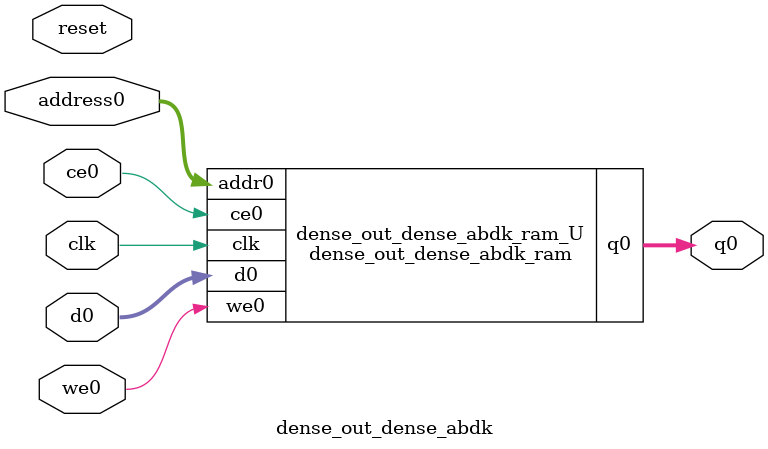
<source format=v>
`timescale 1 ns / 1 ps
module dense_out_dense_abdk_ram (addr0, ce0, d0, we0, q0,  clk);

parameter DWIDTH = 32;
parameter AWIDTH = 4;
parameter MEM_SIZE = 10;

input[AWIDTH-1:0] addr0;
input ce0;
input[DWIDTH-1:0] d0;
input we0;
output reg[DWIDTH-1:0] q0;
input clk;

(* ram_style = "distributed" *)reg [DWIDTH-1:0] ram[0:MEM_SIZE-1];




always @(posedge clk)  
begin 
    if (ce0) 
    begin
        if (we0) 
        begin 
            ram[addr0] <= d0; 
        end 
        q0 <= ram[addr0];
    end
end


endmodule

`timescale 1 ns / 1 ps
module dense_out_dense_abdk(
    reset,
    clk,
    address0,
    ce0,
    we0,
    d0,
    q0);

parameter DataWidth = 32'd32;
parameter AddressRange = 32'd10;
parameter AddressWidth = 32'd4;
input reset;
input clk;
input[AddressWidth - 1:0] address0;
input ce0;
input we0;
input[DataWidth - 1:0] d0;
output[DataWidth - 1:0] q0;



dense_out_dense_abdk_ram dense_out_dense_abdk_ram_U(
    .clk( clk ),
    .addr0( address0 ),
    .ce0( ce0 ),
    .we0( we0 ),
    .d0( d0 ),
    .q0( q0 ));

endmodule


</source>
